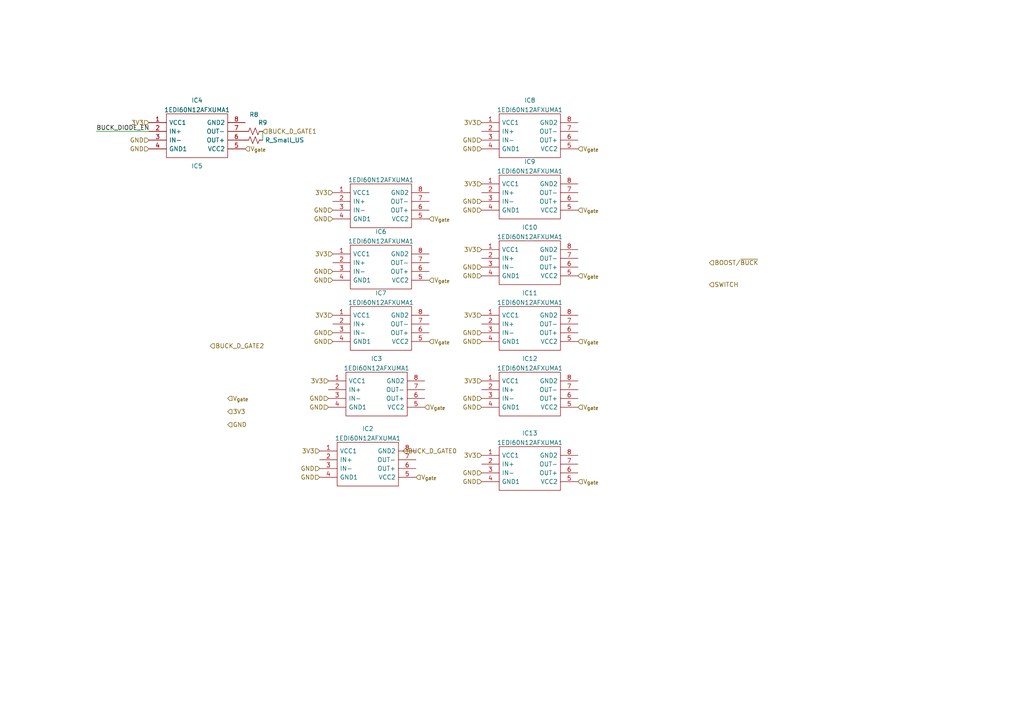
<source format=kicad_sch>
(kicad_sch (version 20210621) (generator eeschema)
  (paper "A4")
  (lib_symbols
    (symbol "Device:R_Small_US" (pin_numbers hide) (pin_names (offset 0.254) hide)
      (property "Reference" "R" (at 0.762 0.508 0))
      (property "Value" "R_Small_US" (at 0.762 -1.016 0))
      (symbol "R_Small_US_1_1"
        (polyline (pts (xy 0 0) (xy 1.016 -0.381) (xy 0 -0.762) (xy -1.016 -1.143) (xy 0 -1.524)))
        (polyline (pts (xy 0 1.524) (xy 1.016 1.143) (xy 0 0.762) (xy -1.016 0.381) (xy 0 0)))
        (pin passive line (at 0 2.54 270) (length 1.016) (name "~") (number "1"))
        (pin passive line (at 0 -2.54 90) (length 1.016) (name "~") (number "2"))
      )
    )
    (symbol "SamacSys_Parts:1EDI60N12AFXUMA1" (pin_names (offset 0.762))
      (property "Reference" "IC" (at 24.13 7.62 0))
      (property "Value" "1EDI60N12AFXUMA1" (at 24.13 5.08 0))
      (symbol "1EDI60N12AFXUMA1_0_0"
        (pin passive line (at 0 0 0) (length 5.08) (name "VCC1") (number "1"))
        (pin passive line (at 0 -2.54 0) (length 5.08) (name "IN+") (number "2"))
        (pin passive line (at 0 -5.08 0) (length 5.08) (name "IN-") (number "3"))
        (pin passive line (at 0 -7.62 0) (length 5.08) (name "GND1") (number "4"))
        (pin passive line (at 27.94 -7.62 180) (length 5.08) (name "VCC2") (number "5"))
        (pin passive line (at 27.94 -5.08 180) (length 5.08) (name "OUT+") (number "6"))
        (pin passive line (at 27.94 -2.54 180) (length 5.08) (name "OUT-") (number "7"))
        (pin passive line (at 27.94 0 180) (length 5.08) (name "GND2") (number "8"))
      )
      (symbol "1EDI60N12AFXUMA1_0_1"
        (polyline (pts (xy 5.08 2.54) (xy 22.86 2.54) (xy 22.86 -10.16) (xy 5.08 -10.16) (xy 5.08 2.54)) (stroke (width 0.1524)))
      )
    )
  )
  (wire (pts (xy 76.2 40.64) (xy 76.2 38.1)))
  (wire (pts (xy 43.18 38.1) (xy 27.94 38.1)))
  (label "BUCK_DIODE_EN" (at 27.94 38.1 0))
  (hierarchical_label "V_{gate}" (shape input) (at 124.46 63.5 0))
  (hierarchical_label "BOOST{slash}~{BUCK}" (shape input) (at 205.74 76.2 0))
  (hierarchical_label "V_{gate}" (shape input) (at 66.04 115.57 0))
  (hierarchical_label "GND" (shape input) (at 96.52 78.74 180))
  (hierarchical_label "GND" (shape input) (at 95.25 118.11 180))
  (hierarchical_label "BUCK_D_GATE1" (shape input) (at 76.2 38.1 0))
  (hierarchical_label "V_{gate}" (shape input) (at 167.64 43.18 0))
  (hierarchical_label "BUCK_D_GATE2" (shape input) (at 60.96 100.33 0))
  (hierarchical_label "GND" (shape input) (at 139.7 137.16 180))
  (hierarchical_label "3V3" (shape input) (at 66.04 119.38 0))
  (hierarchical_label "GND" (shape input) (at 139.7 80.01 180))
  (hierarchical_label "GND" (shape input) (at 43.18 43.18 180))
  (hierarchical_label "3V3" (shape input) (at 139.7 53.34 180))
  (hierarchical_label "GND" (shape input) (at 139.7 60.96 180))
  (hierarchical_label "GND" (shape input) (at 139.7 118.11 180))
  (hierarchical_label "V_{gate}" (shape input) (at 124.46 81.28 0))
  (hierarchical_label "3V3" (shape input) (at 139.7 132.08 180))
  (hierarchical_label "GND" (shape input) (at 139.7 115.57 180))
  (hierarchical_label "GND" (shape input) (at 139.7 139.7 180))
  (hierarchical_label "GND" (shape input) (at 139.7 58.42 180))
  (hierarchical_label "GND" (shape input) (at 139.7 43.18 180))
  (hierarchical_label "V_{gate}" (shape input) (at 71.12 43.18 0))
  (hierarchical_label "3V3" (shape input) (at 43.18 35.56 180))
  (hierarchical_label "V_{gate}" (shape input) (at 167.64 139.7 0))
  (hierarchical_label "V_{gate}" (shape input) (at 123.19 118.11 0))
  (hierarchical_label "GND" (shape input) (at 139.7 99.06 180))
  (hierarchical_label "V_{gate}" (shape input) (at 167.64 80.01 0))
  (hierarchical_label "GND" (shape input) (at 95.25 115.57 180))
  (hierarchical_label "GND" (shape input) (at 96.52 63.5 180))
  (hierarchical_label "V_{gate}" (shape input) (at 167.64 118.11 0))
  (hierarchical_label "3V3" (shape input) (at 139.7 110.49 180))
  (hierarchical_label "V_{gate}" (shape input) (at 120.65 138.43 0))
  (hierarchical_label "GND" (shape input) (at 96.52 81.28 180))
  (hierarchical_label "3V3" (shape input) (at 139.7 35.56 180))
  (hierarchical_label "V_{gate}" (shape input) (at 167.64 99.06 0))
  (hierarchical_label "3V3" (shape input) (at 96.52 73.66 180))
  (hierarchical_label "GND" (shape input) (at 96.52 96.52 180))
  (hierarchical_label "GND" (shape input) (at 96.52 99.06 180))
  (hierarchical_label "SWITCH" (shape input) (at 205.74 82.55 0))
  (hierarchical_label "3V3" (shape input) (at 139.7 72.39 180))
  (hierarchical_label "GND" (shape input) (at 139.7 96.52 180))
  (hierarchical_label "GND" (shape input) (at 66.04 123.19 0))
  (hierarchical_label "3V3" (shape input) (at 95.25 110.49 180))
  (hierarchical_label "GND" (shape input) (at 43.18 40.64 180))
  (hierarchical_label "3V3" (shape input) (at 96.52 91.44 180))
  (hierarchical_label "V_{gate}" (shape input) (at 124.46 99.06 0))
  (hierarchical_label "GND" (shape input) (at 139.7 40.64 180))
  (hierarchical_label "GND" (shape input) (at 96.52 60.96 180))
  (hierarchical_label "BUCK_D_GATE0" (shape input) (at 116.84 130.81 0))
  (hierarchical_label "3V3" (shape input) (at 139.7 91.44 180))
  (hierarchical_label "GND" (shape input) (at 92.71 135.89 180))
  (hierarchical_label "GND" (shape input) (at 92.71 138.43 180))
  (hierarchical_label "3V3" (shape input) (at 92.71 130.81 180))
  (hierarchical_label "3V3" (shape input) (at 96.52 55.88 180))
  (hierarchical_label "GND" (shape input) (at 139.7 77.47 180))
  (hierarchical_label "V_{gate}" (shape input) (at 167.64 60.96 0))
  (symbol (lib_id "Device:R_Small_US") (at 73.66 40.64 90) (unit 1)
    (property "Reference" "R9" (at 76.2 35.56 90))
    (property "Value" "R_Small_US" (at 82.55 40.64 90))
  )
  (symbol (lib_id "SamacSys_Parts:1EDI60N12AFXUMA1") (at 96.52 73.66 0) (unit 1)
    (property "Reference" "IC6" (at 110.49 67.2043 0))
    (property "Value" "1EDI60N12AFXUMA1" (at 110.49 69.9794 0))
    (property "Footprint" "SOIC127P600X175-8N" (effects hide))
    (property "Datasheet" "https://www.infineon.com/dgdl/Infineon-1EDI60N12AF-DS-v02_00-EN.pdf?fileId=db3a3043427ac3e201428e5da08f372a" (effects hide))
    (property "Description" "Infineon Dual Isolated Gate Driver, 10 (High Level) A, 9.4 (Low Level) A, 3.1  17 V, 8-Pin DSO" (effects hide))
    (property "Height" "1.75" (effects hide))
    (property "Mouser Part Number" "726-1EDI60N12AFXUMA1" (effects hide))
    (property "Mouser Price/Stock" "https://www.mouser.co.uk/ProductDetail/Infineon-Technologies/1EDI60N12AFXUMA1?qs=3Bi3m9r5MQZ%2FPKSdeeAtFg%3D%3D" (effects hide))
    (property "Manufacturer_Name" "Infineon" (effects hide))
    (property "Manufacturer_Part_Number" "1EDI60N12AFXUMA1" (effects hide))
  )
  (symbol (lib_id "SamacSys_Parts:1EDI60N12AFXUMA1") (at 96.52 55.88 0) (unit 1)
    (property "Reference" "IC5" (at 57.15 48.1543 0))
    (property "Value" "1EDI60N12AFXUMA1" (at 110.49 52.1994 0))
    (property "Footprint" "SOIC127P600X175-8N" (effects hide))
    (property "Datasheet" "https://www.infineon.com/dgdl/Infineon-1EDI60N12AF-DS-v02_00-EN.pdf?fileId=db3a3043427ac3e201428e5da08f372a" (effects hide))
    (property "Description" "Infineon Dual Isolated Gate Driver, 10 (High Level) A, 9.4 (Low Level) A, 3.1  17 V, 8-Pin DSO" (effects hide))
    (property "Height" "1.75" (effects hide))
    (property "Mouser Part Number" "726-1EDI60N12AFXUMA1" (effects hide))
    (property "Mouser Price/Stock" "https://www.mouser.co.uk/ProductDetail/Infineon-Technologies/1EDI60N12AFXUMA1?qs=3Bi3m9r5MQZ%2FPKSdeeAtFg%3D%3D" (effects hide))
    (property "Manufacturer_Name" "Infineon" (effects hide))
    (property "Manufacturer_Part_Number" "1EDI60N12AFXUMA1" (effects hide))
  )
  (symbol (lib_id "SamacSys_Parts:1EDI60N12AFXUMA1") (at 139.7 72.39 0) (unit 1)
    (property "Reference" "IC10" (at 153.67 65.9343 0))
    (property "Value" "1EDI60N12AFXUMA1" (at 153.67 68.7094 0))
    (property "Footprint" "SOIC127P600X175-8N" (effects hide))
    (property "Datasheet" "https://www.infineon.com/dgdl/Infineon-1EDI60N12AF-DS-v02_00-EN.pdf?fileId=db3a3043427ac3e201428e5da08f372a" (effects hide))
    (property "Description" "Infineon Dual Isolated Gate Driver, 10 (High Level) A, 9.4 (Low Level) A, 3.1  17 V, 8-Pin DSO" (effects hide))
    (property "Height" "1.75" (effects hide))
    (property "Mouser Part Number" "726-1EDI60N12AFXUMA1" (effects hide))
    (property "Mouser Price/Stock" "https://www.mouser.co.uk/ProductDetail/Infineon-Technologies/1EDI60N12AFXUMA1?qs=3Bi3m9r5MQZ%2FPKSdeeAtFg%3D%3D" (effects hide))
    (property "Manufacturer_Name" "Infineon" (effects hide))
    (property "Manufacturer_Part_Number" "1EDI60N12AFXUMA1" (effects hide))
  )
  (symbol (lib_id "SamacSys_Parts:1EDI60N12AFXUMA1") (at 43.18 35.56 0) (unit 1)
    (property "Reference" "IC4" (at 57.15 29.1043 0))
    (property "Value" "1EDI60N12AFXUMA1" (at 57.15 31.8794 0))
    (property "Footprint" "SOIC127P600X175-8N" (effects hide))
    (property "Datasheet" "https://www.infineon.com/dgdl/Infineon-1EDI60N12AF-DS-v02_00-EN.pdf?fileId=db3a3043427ac3e201428e5da08f372a" (effects hide))
    (property "Description" "Infineon Dual Isolated Gate Driver, 10 (High Level) A, 9.4 (Low Level) A, 3.1  17 V, 8-Pin DSO" (effects hide))
    (property "Height" "1.75" (effects hide))
    (property "Mouser Part Number" "726-1EDI60N12AFXUMA1" (effects hide))
    (property "Mouser Price/Stock" "https://www.mouser.co.uk/ProductDetail/Infineon-Technologies/1EDI60N12AFXUMA1?qs=3Bi3m9r5MQZ%2FPKSdeeAtFg%3D%3D" (effects hide))
    (property "Manufacturer_Name" "Infineon" (effects hide))
    (property "Manufacturer_Part_Number" "1EDI60N12AFXUMA1" (effects hide))
  )
  (symbol (lib_id "SamacSys_Parts:1EDI60N12AFXUMA1") (at 139.7 35.56 0) (unit 1)
    (property "Reference" "IC8" (at 153.67 29.1043 0))
    (property "Value" "1EDI60N12AFXUMA1" (at 153.67 31.8794 0))
    (property "Footprint" "SOIC127P600X175-8N" (effects hide))
    (property "Datasheet" "https://www.infineon.com/dgdl/Infineon-1EDI60N12AF-DS-v02_00-EN.pdf?fileId=db3a3043427ac3e201428e5da08f372a" (effects hide))
    (property "Description" "Infineon Dual Isolated Gate Driver, 10 (High Level) A, 9.4 (Low Level) A, 3.1  17 V, 8-Pin DSO" (effects hide))
    (property "Height" "1.75" (effects hide))
    (property "Mouser Part Number" "726-1EDI60N12AFXUMA1" (effects hide))
    (property "Mouser Price/Stock" "https://www.mouser.co.uk/ProductDetail/Infineon-Technologies/1EDI60N12AFXUMA1?qs=3Bi3m9r5MQZ%2FPKSdeeAtFg%3D%3D" (effects hide))
    (property "Manufacturer_Name" "Infineon" (effects hide))
    (property "Manufacturer_Part_Number" "1EDI60N12AFXUMA1" (effects hide))
  )
  (symbol (lib_id "SamacSys_Parts:1EDI60N12AFXUMA1") (at 139.7 91.44 0) (unit 1)
    (property "Reference" "IC11" (at 153.67 84.9843 0))
    (property "Value" "1EDI60N12AFXUMA1" (at 153.67 87.7594 0))
    (property "Footprint" "SOIC127P600X175-8N" (effects hide))
    (property "Datasheet" "https://www.infineon.com/dgdl/Infineon-1EDI60N12AF-DS-v02_00-EN.pdf?fileId=db3a3043427ac3e201428e5da08f372a" (effects hide))
    (property "Description" "Infineon Dual Isolated Gate Driver, 10 (High Level) A, 9.4 (Low Level) A, 3.1  17 V, 8-Pin DSO" (effects hide))
    (property "Height" "1.75" (effects hide))
    (property "Mouser Part Number" "726-1EDI60N12AFXUMA1" (effects hide))
    (property "Mouser Price/Stock" "https://www.mouser.co.uk/ProductDetail/Infineon-Technologies/1EDI60N12AFXUMA1?qs=3Bi3m9r5MQZ%2FPKSdeeAtFg%3D%3D" (effects hide))
    (property "Manufacturer_Name" "Infineon" (effects hide))
    (property "Manufacturer_Part_Number" "1EDI60N12AFXUMA1" (effects hide))
  )
  (symbol (lib_id "SamacSys_Parts:1EDI60N12AFXUMA1") (at 96.52 91.44 0) (unit 1)
    (property "Reference" "IC7" (at 110.49 84.9843 0))
    (property "Value" "1EDI60N12AFXUMA1" (at 110.49 87.7594 0))
    (property "Footprint" "SOIC127P600X175-8N" (effects hide))
    (property "Datasheet" "https://www.infineon.com/dgdl/Infineon-1EDI60N12AF-DS-v02_00-EN.pdf?fileId=db3a3043427ac3e201428e5da08f372a" (effects hide))
    (property "Description" "Infineon Dual Isolated Gate Driver, 10 (High Level) A, 9.4 (Low Level) A, 3.1  17 V, 8-Pin DSO" (effects hide))
    (property "Height" "1.75" (effects hide))
    (property "Mouser Part Number" "726-1EDI60N12AFXUMA1" (effects hide))
    (property "Mouser Price/Stock" "https://www.mouser.co.uk/ProductDetail/Infineon-Technologies/1EDI60N12AFXUMA1?qs=3Bi3m9r5MQZ%2FPKSdeeAtFg%3D%3D" (effects hide))
    (property "Manufacturer_Name" "Infineon" (effects hide))
    (property "Manufacturer_Part_Number" "1EDI60N12AFXUMA1" (effects hide))
  )
  (symbol (lib_id "SamacSys_Parts:1EDI60N12AFXUMA1") (at 139.7 132.08 0) (unit 1)
    (property "Reference" "IC13" (at 153.67 125.6243 0))
    (property "Value" "1EDI60N12AFXUMA1" (at 153.67 128.3994 0))
    (property "Footprint" "SOIC127P600X175-8N" (effects hide))
    (property "Datasheet" "https://www.infineon.com/dgdl/Infineon-1EDI60N12AF-DS-v02_00-EN.pdf?fileId=db3a3043427ac3e201428e5da08f372a" (effects hide))
    (property "Description" "Infineon Dual Isolated Gate Driver, 10 (High Level) A, 9.4 (Low Level) A, 3.1  17 V, 8-Pin DSO" (effects hide))
    (property "Height" "1.75" (effects hide))
    (property "Mouser Part Number" "726-1EDI60N12AFXUMA1" (effects hide))
    (property "Mouser Price/Stock" "https://www.mouser.co.uk/ProductDetail/Infineon-Technologies/1EDI60N12AFXUMA1?qs=3Bi3m9r5MQZ%2FPKSdeeAtFg%3D%3D" (effects hide))
    (property "Manufacturer_Name" "Infineon" (effects hide))
    (property "Manufacturer_Part_Number" "1EDI60N12AFXUMA1" (effects hide))
  )
  (symbol (lib_id "SamacSys_Parts:1EDI60N12AFXUMA1") (at 92.71 130.81 0) (unit 1)
    (property "Reference" "IC2" (at 106.68 124.3543 0))
    (property "Value" "1EDI60N12AFXUMA1" (at 106.68 127.1294 0))
    (property "Footprint" "SOIC127P600X175-8N" (effects hide))
    (property "Datasheet" "https://www.infineon.com/dgdl/Infineon-1EDI60N12AF-DS-v02_00-EN.pdf?fileId=db3a3043427ac3e201428e5da08f372a" (effects hide))
    (property "Description" "Infineon Dual Isolated Gate Driver, 10 (High Level) A, 9.4 (Low Level) A, 3.1  17 V, 8-Pin DSO" (effects hide))
    (property "Height" "1.75" (effects hide))
    (property "Mouser Part Number" "726-1EDI60N12AFXUMA1" (effects hide))
    (property "Mouser Price/Stock" "https://www.mouser.co.uk/ProductDetail/Infineon-Technologies/1EDI60N12AFXUMA1?qs=3Bi3m9r5MQZ%2FPKSdeeAtFg%3D%3D" (effects hide))
    (property "Manufacturer_Name" "Infineon" (effects hide))
    (property "Manufacturer_Part_Number" "1EDI60N12AFXUMA1" (effects hide))
  )
  (symbol (lib_id "SamacSys_Parts:1EDI60N12AFXUMA1") (at 139.7 53.34 0) (unit 1)
    (property "Reference" "IC9" (at 153.67 46.8843 0))
    (property "Value" "1EDI60N12AFXUMA1" (at 153.67 49.6594 0))
    (property "Footprint" "SOIC127P600X175-8N" (effects hide))
    (property "Datasheet" "https://www.infineon.com/dgdl/Infineon-1EDI60N12AF-DS-v02_00-EN.pdf?fileId=db3a3043427ac3e201428e5da08f372a" (effects hide))
    (property "Description" "Infineon Dual Isolated Gate Driver, 10 (High Level) A, 9.4 (Low Level) A, 3.1  17 V, 8-Pin DSO" (effects hide))
    (property "Height" "1.75" (effects hide))
    (property "Mouser Part Number" "726-1EDI60N12AFXUMA1" (effects hide))
    (property "Mouser Price/Stock" "https://www.mouser.co.uk/ProductDetail/Infineon-Technologies/1EDI60N12AFXUMA1?qs=3Bi3m9r5MQZ%2FPKSdeeAtFg%3D%3D" (effects hide))
    (property "Manufacturer_Name" "Infineon" (effects hide))
    (property "Manufacturer_Part_Number" "1EDI60N12AFXUMA1" (effects hide))
  )
  (symbol (lib_id "SamacSys_Parts:1EDI60N12AFXUMA1") (at 95.25 110.49 0) (unit 1)
    (property "Reference" "IC3" (at 109.22 104.0343 0))
    (property "Value" "1EDI60N12AFXUMA1" (at 109.22 106.8094 0))
    (property "Footprint" "SOIC127P600X175-8N" (effects hide))
    (property "Datasheet" "https://www.infineon.com/dgdl/Infineon-1EDI60N12AF-DS-v02_00-EN.pdf?fileId=db3a3043427ac3e201428e5da08f372a" (effects hide))
    (property "Description" "Infineon Dual Isolated Gate Driver, 10 (High Level) A, 9.4 (Low Level) A, 3.1  17 V, 8-Pin DSO" (effects hide))
    (property "Height" "1.75" (effects hide))
    (property "Mouser Part Number" "726-1EDI60N12AFXUMA1" (effects hide))
    (property "Mouser Price/Stock" "https://www.mouser.co.uk/ProductDetail/Infineon-Technologies/1EDI60N12AFXUMA1?qs=3Bi3m9r5MQZ%2FPKSdeeAtFg%3D%3D" (effects hide))
    (property "Manufacturer_Name" "Infineon" (effects hide))
    (property "Manufacturer_Part_Number" "1EDI60N12AFXUMA1" (effects hide))
  )
  (symbol (lib_id "SamacSys_Parts:1EDI60N12AFXUMA1") (at 139.7 110.49 0) (unit 1)
    (property "Reference" "IC12" (at 153.67 104.0343 0))
    (property "Value" "1EDI60N12AFXUMA1" (at 153.67 106.8094 0))
    (property "Footprint" "SOIC127P600X175-8N" (effects hide))
    (property "Datasheet" "https://www.infineon.com/dgdl/Infineon-1EDI60N12AF-DS-v02_00-EN.pdf?fileId=db3a3043427ac3e201428e5da08f372a" (effects hide))
    (property "Description" "Infineon Dual Isolated Gate Driver, 10 (High Level) A, 9.4 (Low Level) A, 3.1  17 V, 8-Pin DSO" (effects hide))
    (property "Height" "1.75" (effects hide))
    (property "Mouser Part Number" "726-1EDI60N12AFXUMA1" (effects hide))
    (property "Mouser Price/Stock" "https://www.mouser.co.uk/ProductDetail/Infineon-Technologies/1EDI60N12AFXUMA1?qs=3Bi3m9r5MQZ%2FPKSdeeAtFg%3D%3D" (effects hide))
    (property "Manufacturer_Name" "Infineon" (effects hide))
    (property "Manufacturer_Part_Number" "1EDI60N12AFXUMA1" (effects hide))
  )
  (symbol (lib_id "Device:R_Small_US") (at 73.66 38.1 90) (unit 1)
    (property "Reference" "R8" (at 73.66 33.2445 90))
    (property "Value" "R_Small_US" (effects hide))
    (property "Footprint" "Resistor_SMD:R_1206_3216Metric" (effects hide))
  )
)
</source>
